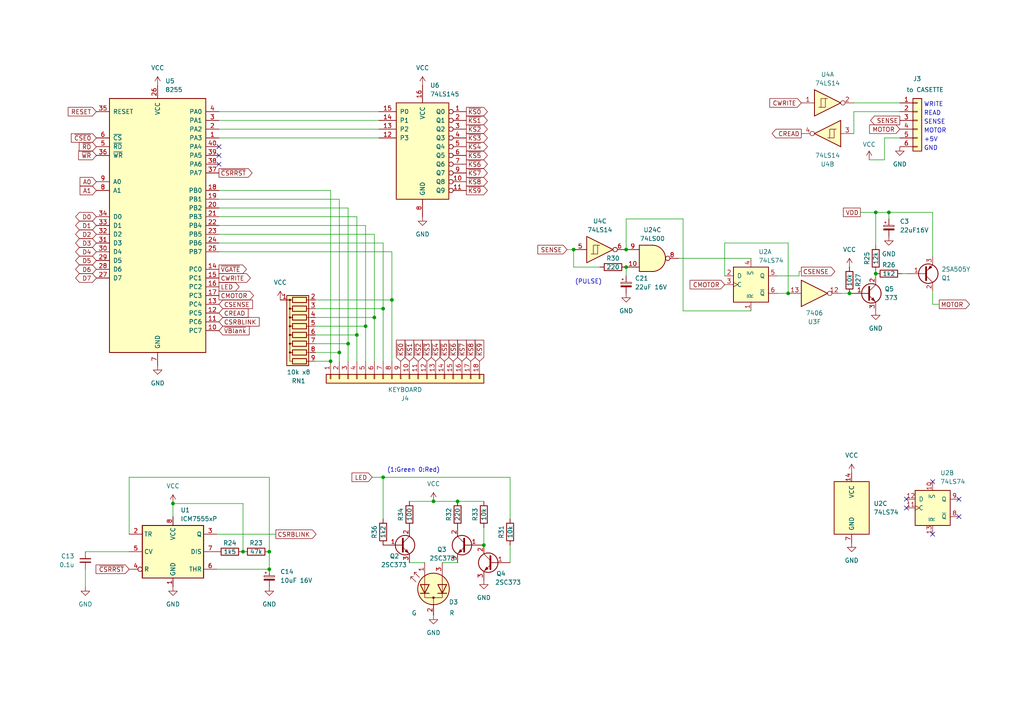
<source format=kicad_sch>
(kicad_sch (version 20230121) (generator eeschema)
  (paper "A4")
  (title_block (title "CASETTE & KEY") (date "2023-08-08"))
  (lib_symbols
    (symbol "74xx:74LS00" (pin_names (offset 1.016))
      (property "Reference" "U" (at 0 1.27 0))
      (property "Value" "74LS00" (at 0 -1.27 0))
      (symbol "74LS00_1_1"
        (pin input line (at -7.62 2.54 0) (length 3.81) (name "~") (number "1"))
        (pin input line (at -7.62 -2.54 0) (length 3.81) (name "~") (number "2"))
        (pin output inverted (at 7.62 0 180) (length 3.81) (name "~") (number "3"))
      )
      (symbol "74LS00_1_2"
        (pin input inverted (at -7.62 2.54 0) (length 4.318) (name "~") (number "1"))
        (pin input inverted (at -7.62 -2.54 0) (length 4.318) (name "~") (number "2"))
        (pin output line (at 7.62 0 180) (length 3.81) (name "~") (number "3"))
      )
      (symbol "74LS00_2_1"
        (pin input line (at -7.62 2.54 0) (length 3.81) (name "~") (number "4"))
        (pin input line (at -7.62 -2.54 0) (length 3.81) (name "~") (number "5"))
        (pin output inverted (at 7.62 0 180) (length 3.81) (name "~") (number "6"))
      )
      (symbol "74LS00_2_2"
        (pin input inverted (at -7.62 2.54 0) (length 4.318) (name "~") (number "4"))
        (pin input inverted (at -7.62 -2.54 0) (length 4.318) (name "~") (number "5"))
        (pin output line (at 7.62 0 180) (length 3.81) (name "~") (number "6"))
      )
      (symbol "74LS00_3_1"
        (pin input line (at -7.62 -2.54 0) (length 3.81) (name "~") (number "10"))
        (pin output inverted (at 7.62 0 180) (length 3.81) (name "~") (number "8"))
        (pin input line (at -7.62 2.54 0) (length 3.81) (name "~") (number "9"))
      )
      (symbol "74LS00_3_2"
        (pin input inverted (at -7.62 -2.54 0) (length 4.318) (name "~") (number "10"))
        (pin output line (at 7.62 0 180) (length 3.81) (name "~") (number "8"))
        (pin input inverted (at -7.62 2.54 0) (length 4.318) (name "~") (number "9"))
      )
      (symbol "74LS00_4_1"
        (pin output inverted (at 7.62 0 180) (length 3.81) (name "~") (number "11"))
        (pin input line (at -7.62 2.54 0) (length 3.81) (name "~") (number "12"))
        (pin input line (at -7.62 -2.54 0) (length 3.81) (name "~") (number "13"))
      )
      (symbol "74LS00_4_2"
        (pin output line (at 7.62 0 180) (length 3.81) (name "~") (number "11"))
        (pin input inverted (at -7.62 2.54 0) (length 4.318) (name "~") (number "12"))
        (pin input inverted (at -7.62 -2.54 0) (length 4.318) (name "~") (number "13"))
      )
      (symbol "74LS00_5_0"
        (pin power_in line (at 0 12.7 270) (length 5.08) (name "VCC") (number "14"))
        (pin power_in line (at 0 -12.7 90) (length 5.08) (name "GND") (number "7"))
      )
    )
    (symbol "74xx:74LS06" (pin_names (offset 1.016))
      (property "Reference" "U" (at 0 1.27 0))
      (property "Value" "74LS06" (at 0 -1.27 0))
      (symbol "74LS06_1_0"
        (pin input line (at -7.62 0 0) (length 3.81) (name "~") (number "1"))
        (pin open_collector inverted (at 7.62 0 180) (length 3.81) (name "~") (number "2"))
      )
      (symbol "74LS06_2_0"
        (pin input line (at -7.62 0 0) (length 3.81) (name "~") (number "3"))
        (pin open_collector inverted (at 7.62 0 180) (length 3.81) (name "~") (number "4"))
      )
      (symbol "74LS06_3_0"
        (pin input line (at -7.62 0 0) (length 3.81) (name "~") (number "5"))
        (pin open_collector inverted (at 7.62 0 180) (length 3.81) (name "~") (number "6"))
      )
      (symbol "74LS06_4_0"
        (pin open_collector inverted (at 7.62 0 180) (length 3.81) (name "~") (number "8"))
        (pin input line (at -7.62 0 0) (length 3.81) (name "~") (number "9"))
      )
      (symbol "74LS06_5_0"
        (pin open_collector inverted (at 7.62 0 180) (length 3.81) (name "~") (number "10"))
        (pin input line (at -7.62 0 0) (length 3.81) (name "~") (number "11"))
      )
      (symbol "74LS06_6_0"
        (pin open_collector inverted (at 7.62 0 180) (length 3.81) (name "~") (number "12"))
        (pin input line (at -7.62 0 0) (length 3.81) (name "~") (number "13"))
      )
      (symbol "74LS06_7_0"
        (pin power_in line (at 0 12.7 270) (length 5.08) (name "VCC") (number "14"))
        (pin power_in line (at 0 -12.7 90) (length 5.08) (name "GND") (number "7"))
      )
    )
    (symbol "74xx:74LS14" (pin_names (offset 1.016))
      (property "Reference" "U" (at 0 1.27 0))
      (property "Value" "74LS14" (at 0 -1.27 0))
      (symbol "74LS14_1_0"
        (pin input line (at -7.62 0 0) (length 3.81) (name "~") (number "1"))
        (pin output inverted (at 7.62 0 180) (length 3.81) (name "~") (number "2"))
      )
      (symbol "74LS14_2_0"
        (pin input line (at -7.62 0 0) (length 3.81) (name "~") (number "3"))
        (pin output inverted (at 7.62 0 180) (length 3.81) (name "~") (number "4"))
      )
      (symbol "74LS14_3_0"
        (pin input line (at -7.62 0 0) (length 3.81) (name "~") (number "5"))
        (pin output inverted (at 7.62 0 180) (length 3.81) (name "~") (number "6"))
      )
      (symbol "74LS14_4_0"
        (pin output inverted (at 7.62 0 180) (length 3.81) (name "~") (number "8"))
        (pin input line (at -7.62 0 0) (length 3.81) (name "~") (number "9"))
      )
      (symbol "74LS14_5_0"
        (pin output inverted (at 7.62 0 180) (length 3.81) (name "~") (number "10"))
        (pin input line (at -7.62 0 0) (length 3.81) (name "~") (number "11"))
      )
      (symbol "74LS14_6_0"
        (pin output inverted (at 7.62 0 180) (length 3.81) (name "~") (number "12"))
        (pin input line (at -7.62 0 0) (length 3.81) (name "~") (number "13"))
      )
      (symbol "74LS14_7_0"
        (pin power_in line (at 0 12.7 270) (length 5.08) (name "VCC") (number "14"))
        (pin power_in line (at 0 -12.7 90) (length 5.08) (name "GND") (number "7"))
      )
    )
    (symbol "74xx:74LS145" (pin_names (offset 1.016))
      (property "Reference" "U" (at -7.62 13.97 0))
      (property "Value" "74LS145" (at -7.62 -16.51 0))
      (symbol "74LS145_1_0"
        (pin open_collector inverted (at 12.7 10.16 180) (length 5.08) (name "Q0") (number "1"))
        (pin open_collector inverted (at 12.7 -10.16 180) (length 5.08) (name "Q8") (number "10"))
        (pin open_collector inverted (at 12.7 -12.7 180) (length 5.08) (name "Q9") (number "11"))
        (pin input line (at -12.7 2.54 0) (length 5.08) (name "P3") (number "12"))
        (pin input line (at -12.7 5.08 0) (length 5.08) (name "P2") (number "13"))
        (pin input line (at -12.7 7.62 0) (length 5.08) (name "P1") (number "14"))
        (pin input line (at -12.7 10.16 0) (length 5.08) (name "P0") (number "15"))
        (pin power_in line (at 0 17.78 270) (length 5.08) (name "VCC") (number "16"))
        (pin open_collector inverted (at 12.7 7.62 180) (length 5.08) (name "Q1") (number "2"))
        (pin open_collector inverted (at 12.7 5.08 180) (length 5.08) (name "Q2") (number "3"))
        (pin open_collector inverted (at 12.7 2.54 180) (length 5.08) (name "Q3") (number "4"))
        (pin open_collector inverted (at 12.7 0 180) (length 5.08) (name "Q4") (number "5"))
        (pin open_collector inverted (at 12.7 -2.54 180) (length 5.08) (name "Q5") (number "6"))
        (pin open_collector inverted (at 12.7 -5.08 180) (length 5.08) (name "Q6") (number "7"))
        (pin power_in line (at 0 -20.32 90) (length 5.08) (name "GND") (number "8"))
        (pin open_collector inverted (at 12.7 -7.62 180) (length 5.08) (name "Q7") (number "9"))
      )
    )
    (symbol "74xx:74LS74" (pin_names (offset 1.016))
      (property "Reference" "U" (at -7.62 8.89 0))
      (property "Value" "74LS74" (at -7.62 -8.89 0))
      (symbol "74LS74_1_0"
        (pin input line (at 0 -7.62 90) (length 2.54) (name "~{R}") (number "1"))
        (pin input line (at -7.62 2.54 0) (length 2.54) (name "D") (number "2"))
        (pin input clock (at -7.62 0 0) (length 2.54) (name "C") (number "3"))
        (pin input line (at 0 7.62 270) (length 2.54) (name "~{S}") (number "4"))
        (pin output line (at 7.62 2.54 180) (length 2.54) (name "Q") (number "5"))
        (pin output line (at 7.62 -2.54 180) (length 2.54) (name "~{Q}") (number "6"))
      )
      (symbol "74LS74_2_0"
        (pin input line (at 0 7.62 270) (length 2.54) (name "~{S}") (number "10"))
        (pin input clock (at -7.62 0 0) (length 2.54) (name "C") (number "11"))
        (pin input line (at -7.62 2.54 0) (length 2.54) (name "D") (number "12"))
        (pin input line (at 0 -7.62 90) (length 2.54) (name "~{R}") (number "13"))
        (pin output line (at 7.62 -2.54 180) (length 2.54) (name "~{Q}") (number "8"))
        (pin output line (at 7.62 2.54 180) (length 2.54) (name "Q") (number "9"))
      )
      (symbol "74LS74_3_0"
        (pin power_in line (at 0 10.16 270) (length 2.54) (name "VCC") (number "14"))
        (pin power_in line (at 0 -10.16 90) (length 2.54) (name "GND") (number "7"))
      )
    )
    (symbol "Connector_Generic:Conn_01x06" (pin_names (offset 1.016) hide)
      (property "Reference" "J" (at 0 7.62 0))
      (property "Value" "Conn_01x06" (at 0 -10.16 0))
      (symbol "Conn_01x06_1_1"
        (pin passive line (at -5.08 5.08 0) (length 3.81) (name "Pin_1") (number "1"))
        (pin passive line (at -5.08 2.54 0) (length 3.81) (name "Pin_2") (number "2"))
        (pin passive line (at -5.08 0 0) (length 3.81) (name "Pin_3") (number "3"))
        (pin passive line (at -5.08 -2.54 0) (length 3.81) (name "Pin_4") (number "4"))
        (pin passive line (at -5.08 -5.08 0) (length 3.81) (name "Pin_5") (number "5"))
        (pin passive line (at -5.08 -7.62 0) (length 3.81) (name "Pin_6") (number "6"))
      )
    )
    (symbol "Connector_Generic:Conn_01x18" (pin_names (offset 1.016) hide)
      (property "Reference" "J" (at 0 22.86 0))
      (property "Value" "Conn_01x18" (at 0 -25.4 0))
      (symbol "Conn_01x18_1_1"
        (pin passive line (at -5.08 20.32 0) (length 3.81) (name "Pin_1") (number "1"))
        (pin passive line (at -5.08 -2.54 0) (length 3.81) (name "Pin_10") (number "10"))
        (pin passive line (at -5.08 -5.08 0) (length 3.81) (name "Pin_11") (number "11"))
        (pin passive line (at -5.08 -7.62 0) (length 3.81) (name "Pin_12") (number "12"))
        (pin passive line (at -5.08 -10.16 0) (length 3.81) (name "Pin_13") (number "13"))
        (pin passive line (at -5.08 -12.7 0) (length 3.81) (name "Pin_14") (number "14"))
        (pin passive line (at -5.08 -15.24 0) (length 3.81) (name "Pin_15") (number "15"))
        (pin passive line (at -5.08 -17.78 0) (length 3.81) (name "Pin_16") (number "16"))
        (pin passive line (at -5.08 -20.32 0) (length 3.81) (name "Pin_17") (number "17"))
        (pin passive line (at -5.08 -22.86 0) (length 3.81) (name "Pin_18") (number "18"))
        (pin passive line (at -5.08 17.78 0) (length 3.81) (name "Pin_2") (number "2"))
        (pin passive line (at -5.08 15.24 0) (length 3.81) (name "Pin_3") (number "3"))
        (pin passive line (at -5.08 12.7 0) (length 3.81) (name "Pin_4") (number "4"))
        (pin passive line (at -5.08 10.16 0) (length 3.81) (name "Pin_5") (number "5"))
        (pin passive line (at -5.08 7.62 0) (length 3.81) (name "Pin_6") (number "6"))
        (pin passive line (at -5.08 5.08 0) (length 3.81) (name "Pin_7") (number "7"))
        (pin passive line (at -5.08 2.54 0) (length 3.81) (name "Pin_8") (number "8"))
        (pin passive line (at -5.08 0 0) (length 3.81) (name "Pin_9") (number "9"))
      )
    )
    (symbol "Device:C_Polarized_Small" (pin_numbers hide) (pin_names (offset 0.254) hide)
      (property "Reference" "C" (at 0.254 1.778 0))
      (property "Value" "C_Polarized_Small" (at 0.254 -2.032 0))
      (symbol "C_Polarized_Small_1_1"
        (pin passive line (at 0 2.54 270) (length 1.8542) (name "~") (number "1"))
        (pin passive line (at 0 -2.54 90) (length 1.8542) (name "~") (number "2"))
      )
    )
    (symbol "Device:C_Small" (pin_numbers hide) (pin_names (offset 0.254) hide)
      (property "Reference" "C" (at 0.254 1.778 0))
      (property "Value" "C_Small" (at 0.254 -2.032 0))
      (symbol "C_Small_1_1"
        (pin passive line (at 0 2.54 270) (length 2.032) (name "~") (number "1"))
        (pin passive line (at 0 -2.54 90) (length 2.032) (name "~") (number "2"))
      )
    )
    (symbol "Device:LED_Dual_AKA" (pin_names (offset 0) hide)
      (property "Reference" "D" (at 0 5.715 0))
      (property "Value" "LED_Dual_AKA" (at 0 -6.35 0))
      (symbol "LED_Dual_AKA_1_1"
        (pin input line (at 7.62 2.54 180) (length 3.81) (name "A1") (number "1"))
        (pin input line (at -7.62 0 0) (length 3.048) (name "K") (number "2"))
        (pin input line (at 7.62 -2.54 180) (length 3.81) (name "A2") (number "3"))
      )
    )
    (symbol "Device:Q_NPN_BCE" (pin_names (offset 0) hide)
      (property "Reference" "Q" (at 5.08 1.27 0))
      (property "Value" "Q_NPN_BCE" (at 5.08 -1.27 0))
      (symbol "Q_NPN_BCE_1_1"
        (pin input line (at -5.08 0 0) (length 5.715) (name "B") (number "1"))
        (pin passive line (at 2.54 5.08 270) (length 2.54) (name "C") (number "2"))
        (pin passive line (at 2.54 -5.08 90) (length 2.54) (name "E") (number "3"))
      )
    )
    (symbol "Device:Q_PNP_BCE" (pin_names (offset 0) hide)
      (property "Reference" "Q" (at 5.08 1.27 0))
      (property "Value" "Q_PNP_BCE" (at 5.08 -1.27 0))
      (symbol "Q_PNP_BCE_1_1"
        (pin input line (at -5.08 0 0) (length 5.715) (name "B") (number "1"))
        (pin passive line (at 2.54 5.08 270) (length 2.54) (name "C") (number "2"))
        (pin passive line (at 2.54 -5.08 90) (length 2.54) (name "E") (number "3"))
      )
    )
    (symbol "Device:R" (pin_numbers hide) (pin_names (offset 0))
      (property "Reference" "R" (at 2.032 0 90))
      (property "Value" "R" (at 0 0 90))
      (symbol "R_1_1"
        (pin passive line (at 0 3.81 270) (length 1.27) (name "~") (number "1"))
        (pin passive line (at 0 -3.81 90) (length 1.27) (name "~") (number "2"))
      )
    )
    (symbol "Device:R_Network08" (pin_names (offset 0) hide)
      (property "Reference" "RN" (at -12.7 0 90))
      (property "Value" "R_Network08" (at 10.16 0 90))
      (symbol "R_Network08_1_1"
        (pin passive line (at -10.16 5.08 270) (length 2.54) (name "common") (number "1"))
        (pin passive line (at -10.16 -5.08 90) (length 1.27) (name "R1") (number "2"))
        (pin passive line (at -7.62 -5.08 90) (length 1.27) (name "R2") (number "3"))
        (pin passive line (at -5.08 -5.08 90) (length 1.27) (name "R3") (number "4"))
        (pin passive line (at -2.54 -5.08 90) (length 1.27) (name "R4") (number "5"))
        (pin passive line (at 0 -5.08 90) (length 1.27) (name "R5") (number "6"))
        (pin passive line (at 2.54 -5.08 90) (length 1.27) (name "R6") (number "7"))
        (pin passive line (at 5.08 -5.08 90) (length 1.27) (name "R7") (number "8"))
        (pin passive line (at 7.62 -5.08 90) (length 1.27) (name "R8") (number "9"))
      )
    )
    (symbol "Interface:8255" (pin_names (offset 1.016))
      (property "Reference" "U" (at -13.97 38.1 0))
      (property "Value" "8255" (at 8.89 38.1 0))
      (symbol "8255_1_1"
        (pin bidirectional line (at 17.78 25.4 180) (length 3.81) (name "PA3") (number "1"))
        (pin bidirectional line (at 17.78 -30.48 180) (length 3.81) (name "PC7") (number "10"))
        (pin bidirectional line (at 17.78 -27.94 180) (length 3.81) (name "PC6") (number "11"))
        (pin bidirectional line (at 17.78 -25.4 180) (length 3.81) (name "PC5") (number "12"))
        (pin bidirectional line (at 17.78 -22.86 180) (length 3.81) (name "PC4") (number "13"))
        (pin bidirectional line (at 17.78 -12.7 180) (length 3.81) (name "PC0") (number "14"))
        (pin bidirectional line (at 17.78 -15.24 180) (length 3.81) (name "PC1") (number "15"))
        (pin bidirectional line (at 17.78 -17.78 180) (length 3.81) (name "PC2") (number "16"))
        (pin bidirectional line (at 17.78 -20.32 180) (length 3.81) (name "PC3") (number "17"))
        (pin bidirectional line (at 17.78 10.16 180) (length 3.81) (name "PB0") (number "18"))
        (pin bidirectional line (at 17.78 7.62 180) (length 3.81) (name "PB1") (number "19"))
        (pin bidirectional line (at 17.78 27.94 180) (length 3.81) (name "PA2") (number "2"))
        (pin bidirectional line (at 17.78 5.08 180) (length 3.81) (name "PB2") (number "20"))
        (pin bidirectional line (at 17.78 2.54 180) (length 3.81) (name "PB3") (number "21"))
        (pin bidirectional line (at 17.78 0 180) (length 3.81) (name "PB4") (number "22"))
        (pin bidirectional line (at 17.78 -2.54 180) (length 3.81) (name "PB5") (number "23"))
        (pin bidirectional line (at 17.78 -5.08 180) (length 3.81) (name "PB6") (number "24"))
        (pin bidirectional line (at 17.78 -7.62 180) (length 3.81) (name "PB7") (number "25"))
        (pin power_in line (at 0 40.64 270) (length 3.81) (name "VCC") (number "26"))
        (pin bidirectional line (at -17.78 -15.24 0) (length 3.81) (name "D7") (number "27"))
        (pin bidirectional line (at -17.78 -12.7 0) (length 3.81) (name "D6") (number "28"))
        (pin bidirectional line (at -17.78 -10.16 0) (length 3.81) (name "D5") (number "29"))
        (pin bidirectional line (at 17.78 30.48 180) (length 3.81) (name "PA1") (number "3"))
        (pin bidirectional line (at -17.78 -7.62 0) (length 3.81) (name "D4") (number "30"))
        (pin bidirectional line (at -17.78 -5.08 0) (length 3.81) (name "D3") (number "31"))
        (pin bidirectional line (at -17.78 -2.54 0) (length 3.81) (name "D2") (number "32"))
        (pin bidirectional line (at -17.78 0 0) (length 3.81) (name "D1") (number "33"))
        (pin bidirectional line (at -17.78 2.54 0) (length 3.81) (name "D0") (number "34"))
        (pin input line (at -17.78 33.02 0) (length 3.81) (name "RESET") (number "35"))
        (pin input line (at -17.78 20.32 0) (length 3.81) (name "~{WR}") (number "36"))
        (pin bidirectional line (at 17.78 15.24 180) (length 3.81) (name "PA7") (number "37"))
        (pin bidirectional line (at 17.78 17.78 180) (length 3.81) (name "PA6") (number "38"))
        (pin bidirectional line (at 17.78 20.32 180) (length 3.81) (name "PA5") (number "39"))
        (pin bidirectional line (at 17.78 33.02 180) (length 3.81) (name "PA0") (number "4"))
        (pin bidirectional line (at 17.78 22.86 180) (length 3.81) (name "PA4") (number "40"))
        (pin input line (at -17.78 22.86 0) (length 3.81) (name "~{RD}") (number "5"))
        (pin input line (at -17.78 25.4 0) (length 3.81) (name "~{CS}") (number "6"))
        (pin power_in line (at 0 -40.64 90) (length 3.81) (name "GND") (number "7"))
        (pin input line (at -17.78 10.16 0) (length 3.81) (name "A1") (number "8"))
        (pin input line (at -17.78 12.7 0) (length 3.81) (name "A0") (number "9"))
      )
    )
    (symbol "Timer:ICM7555xP"
      (property "Reference" "U" (at -10.16 8.89 0))
      (property "Value" "ICM7555xP" (at 2.54 8.89 0))
      (symbol "ICM7555xP_0_0"
        (pin power_in line (at 0 -10.16 90) (length 2.54) (name "GND") (number "1"))
        (pin power_in line (at 0 10.16 270) (length 2.54) (name "VCC") (number "8"))
      )
      (symbol "ICM7555xP_1_1"
        (pin input line (at -12.7 5.08 0) (length 3.81) (name "TR") (number "2"))
        (pin output line (at 12.7 5.08 180) (length 3.81) (name "Q") (number "3"))
        (pin input inverted (at -12.7 -5.08 0) (length 3.81) (name "R") (number "4"))
        (pin input line (at -12.7 0 0) (length 3.81) (name "CV") (number "5"))
        (pin input line (at 12.7 -5.08 180) (length 3.81) (name "THR") (number "6"))
        (pin input line (at 12.7 0 180) (length 3.81) (name "DIS") (number "7"))
      )
    )
    (symbol "power:GND" (power) (pin_names (offset 0))
      (property "Value" "GND" (at 0 -3.81 0))
      (symbol "GND_1_1"
        (pin power_in line (at 0 0 270) (length 0) hide (name "GND") (number "1"))
      )
    )
    (symbol "power:VCC" (power) (pin_names (offset 0))
      (property "Value" "VCC" (at 0 3.81 0))
      (symbol "VCC_1_1"
        (pin power_in line (at 0 0 90) (length 0) hide (name "VCC") (number "1"))
      )
    )
  )
  (junction (at 181.61 72.39))
  (junction (at 70.485 160.02))
  (junction (at 111.125 138.43))
  (junction (at 113.665 86.995))
  (junction (at 50.165 146.05))
  (junction (at 125.73 145.415))
  (junction (at 108.585 92.075))
  (junction (at 140.335 158.115))
  (junction (at 98.425 102.235))
  (junction (at 181.61 77.47))
  (junction (at 78.105 165.1))
  (junction (at 95.885 104.775))
  (junction (at 78.105 160.02))
  (junction (at 132.715 145.415))
  (junction (at 257.81 61.595))
  (junction (at 228.6 85.09))
  (junction (at 254 79.375))
  (junction (at 254 61.595))
  (junction (at 103.505 97.155))
  (junction (at 246.38 85.09))
  (junction (at 111.125 89.535))
  (junction (at 106.045 94.615))
  (junction (at 166.37 72.39))
  (junction (at 100.965 99.695))
  (no_connect (at 270.51 139.7))
  (no_connect (at 262.89 147.32))
  (no_connect (at 270.51 154.94))
  (no_connect (at 63.5 47.625))
  (no_connect (at 278.13 149.86))
  (no_connect (at 278.13 144.78))
  (no_connect (at 63.5 42.545))
  (no_connect (at 262.89 144.78))
  (no_connect (at 63.5 45.085))
  (wire (pts (xy 78.105 160.02) (xy 78.105 165.1)))
  (wire (pts (xy 249.555 61.595) (xy 254 61.595)))
  (wire (pts (xy 210.185 70.485) (xy 228.6 70.485)))
  (wire (pts (xy 63.5 57.785) (xy 98.425 57.785)))
  (wire (pts (xy 228.6 70.485) (xy 228.6 85.09)))
  (wire (pts (xy 111.125 70.485) (xy 111.125 89.535)))
  (wire (pts (xy 247.65 32.385) (xy 247.65 38.735)))
  (wire (pts (xy 111.125 138.43) (xy 111.125 150.495)))
  (wire (pts (xy 228.6 85.09) (xy 225.425 85.09)))
  (wire (pts (xy 173.99 77.47) (xy 166.37 77.47)))
  (wire (pts (xy 91.44 89.535) (xy 111.125 89.535)))
  (wire (pts (xy 91.44 86.995) (xy 113.665 86.995)))
  (wire (pts (xy 140.335 153.035) (xy 140.335 158.115)))
  (wire (pts (xy 106.045 94.615) (xy 106.045 65.405)))
  (wire (pts (xy 78.105 138.43) (xy 37.465 138.43)))
  (wire (pts (xy 91.44 104.775) (xy 95.885 104.775)))
  (wire (pts (xy 164.465 72.39) (xy 166.37 72.39)))
  (wire (pts (xy 118.745 145.415) (xy 125.73 145.415)))
  (wire (pts (xy 132.715 145.415) (xy 140.335 145.415)))
  (wire (pts (xy 103.505 62.865) (xy 103.505 97.155)))
  (wire (pts (xy 91.44 97.155) (xy 103.505 97.155)))
  (wire (pts (xy 118.745 163.195) (xy 123.19 163.195)))
  (wire (pts (xy 108.585 104.775) (xy 108.585 92.075)))
  (wire (pts (xy 256.54 46.355) (xy 256.54 40.005)))
  (wire (pts (xy 198.12 90.17) (xy 217.805 90.17)))
  (wire (pts (xy 147.955 158.115) (xy 147.955 163.195)))
  (wire (pts (xy 181.61 63.5) (xy 198.12 63.5)))
  (wire (pts (xy 210.185 80.01) (xy 210.185 70.485)))
  (wire (pts (xy 260.985 32.385) (xy 247.65 32.385)))
  (wire (pts (xy 125.73 145.415) (xy 132.715 145.415)))
  (wire (pts (xy 78.105 165.1) (xy 62.865 165.1)))
  (wire (pts (xy 63.5 40.005) (xy 109.855 40.005)))
  (wire (pts (xy 100.965 104.775) (xy 100.965 99.695)))
  (wire (pts (xy 247.65 29.845) (xy 260.985 29.845)))
  (wire (pts (xy 231.775 78.74) (xy 231.775 80.01)))
  (wire (pts (xy 63.5 70.485) (xy 111.125 70.485)))
  (wire (pts (xy 106.045 104.775) (xy 106.045 94.615)))
  (wire (pts (xy 100.965 60.325) (xy 63.5 60.325)))
  (wire (pts (xy 37.465 138.43) (xy 37.465 154.94)))
  (wire (pts (xy 70.485 146.05) (xy 50.165 146.05)))
  (wire (pts (xy 243.84 85.09) (xy 246.38 85.09)))
  (wire (pts (xy 98.425 102.235) (xy 98.425 104.775)))
  (wire (pts (xy 63.5 32.385) (xy 109.855 32.385)))
  (wire (pts (xy 270.51 74.295) (xy 270.51 61.595)))
  (wire (pts (xy 108.585 92.075) (xy 108.585 67.945)))
  (wire (pts (xy 181.61 72.39) (xy 181.61 63.5)))
  (wire (pts (xy 111.125 89.535) (xy 111.125 104.775)))
  (wire (pts (xy 231.775 78.74) (xy 232.41 78.74)))
  (wire (pts (xy 254 78.74) (xy 254 79.375)))
  (wire (pts (xy 106.045 65.405) (xy 63.5 65.405)))
  (wire (pts (xy 254 61.595) (xy 254 71.12)))
  (wire (pts (xy 98.425 57.785) (xy 98.425 102.235)))
  (wire (pts (xy 270.51 84.455) (xy 270.51 88.265)))
  (wire (pts (xy 91.44 94.615) (xy 106.045 94.615)))
  (wire (pts (xy 63.5 62.865) (xy 103.505 62.865)))
  (wire (pts (xy 257.81 61.595) (xy 254 61.595)))
  (wire (pts (xy 181.61 77.47) (xy 181.61 80.01)))
  (wire (pts (xy 62.865 154.94) (xy 80.01 154.94)))
  (wire (pts (xy 63.5 73.025) (xy 113.665 73.025)))
  (wire (pts (xy 260.985 40.005) (xy 256.54 40.005)))
  (wire (pts (xy 24.765 165.1) (xy 24.765 170.18)))
  (wire (pts (xy 231.775 80.01) (xy 225.425 80.01)))
  (wire (pts (xy 147.955 138.43) (xy 111.125 138.43)))
  (wire (pts (xy 252.095 46.355) (xy 256.54 46.355)))
  (wire (pts (xy 63.5 37.465) (xy 109.855 37.465)))
  (wire (pts (xy 196.85 74.93) (xy 217.805 74.93)))
  (wire (pts (xy 95.885 104.775) (xy 95.885 55.245)))
  (wire (pts (xy 262.89 79.375) (xy 261.62 79.375)))
  (wire (pts (xy 70.485 160.02) (xy 70.485 146.05)))
  (wire (pts (xy 270.51 61.595) (xy 257.81 61.595)))
  (wire (pts (xy 198.12 63.5) (xy 198.12 90.17)))
  (wire (pts (xy 166.37 77.47) (xy 166.37 72.39)))
  (wire (pts (xy 113.665 73.025) (xy 113.665 86.995)))
  (wire (pts (xy 24.765 160.02) (xy 37.465 160.02)))
  (wire (pts (xy 128.27 163.195) (xy 132.715 163.195)))
  (wire (pts (xy 257.81 61.595) (xy 257.81 63.5)))
  (wire (pts (xy 108.585 67.945) (xy 63.5 67.945)))
  (wire (pts (xy 107.95 138.43) (xy 111.125 138.43)))
  (wire (pts (xy 95.885 55.245) (xy 63.5 55.245)))
  (wire (pts (xy 100.965 99.695) (xy 100.965 60.325)))
  (wire (pts (xy 50.165 146.05) (xy 50.165 149.86)))
  (wire (pts (xy 113.665 86.995) (xy 113.665 104.775)))
  (wire (pts (xy 63.5 34.925) (xy 109.855 34.925)))
  (wire (pts (xy 78.105 160.02) (xy 78.105 138.43)))
  (wire (pts (xy 270.51 88.265) (xy 272.415 88.265)))
  (wire (pts (xy 91.44 99.695) (xy 100.965 99.695)))
  (wire (pts (xy 254 79.375) (xy 254 80.01)))
  (wire (pts (xy 91.44 92.075) (xy 108.585 92.075)))
  (wire (pts (xy 91.44 102.235) (xy 98.425 102.235)))
  (wire (pts (xy 103.505 97.155) (xy 103.505 104.775)))
  (wire (pts (xy 147.955 150.495) (xy 147.955 138.43)))
  (text "GND" (at 267.97 43.815 0) (effects (font (size 1.27 1.27)) (justify left bottom)))
  (text "(1:Green 0:Red)" (at 127.635 137.16 0) (effects (font (size 1.27 1.27)) (justify right bottom)))
  (text "READ" (at 267.97 33.655 0) (effects (font (size 1.27 1.27)) (justify left bottom)))
  (text "WRITE" (at 267.97 31.115 0) (effects (font (size 1.27 1.27)) (justify left bottom)))
  (text "+5V" (at 267.97 41.275 0) (effects (font (size 1.27 1.27)) (justify left bottom)))
  (text "SENSE" (at 267.97 36.195 0) (effects (font (size 1.27 1.27)) (justify left bottom)))
  (text "(PULSE)" (at 174.625 82.55 0) (effects (font (size 1.27 1.27)) (justify right bottom)))
  (text "MOTOR" (at 267.97 38.735 0) (effects (font (size 1.27 1.27)) (justify left bottom)))
  (global_label "CWRITE" (shape input) (at 232.41 29.845 180) (property "Intersheetrefs" "${INTERSHEET_REFS}" (effects hide)))
  (global_label "~{KS3}" (shape output) (at 135.255 40.005 0) (property "Intersheetrefs" "${INTERSHEET_REFS}" (effects hide)))
  (global_label "~{KS4}" (shape input) (at 126.365 104.775 90) (property "Intersheetrefs" "${INTERSHEET_REFS}" (effects hide)))
  (global_label "~{CSRRST}" (shape input) (at 37.465 165.1 180) (property "Intersheetrefs" "${INTERSHEET_REFS}" (effects hide)))
  (global_label "~{KS2}" (shape input) (at 121.285 104.775 90) (property "Intersheetrefs" "${INTERSHEET_REFS}" (effects hide)))
  (global_label "~{VBlank}" (shape input) (at 63.5 95.885 0) (property "Intersheetrefs" "${INTERSHEET_REFS}" (effects hide)))
  (global_label "CREAD" (shape input) (at 63.5 90.805 0) (property "Intersheetrefs" "${INTERSHEET_REFS}" (effects hide)))
  (global_label "~{KS1}" (shape output) (at 135.255 34.925 0) (property "Intersheetrefs" "${INTERSHEET_REFS}" (effects hide)))
  (global_label "LED" (shape input) (at 107.95 138.43 180) (property "Intersheetrefs" "${INTERSHEET_REFS}" (effects hide)))
  (global_label "MOTOR" (shape input) (at 260.985 37.465 180) (property "Intersheetrefs" "${INTERSHEET_REFS}" (effects hide)))
  (global_label "SENSE" (shape input) (at 164.465 72.39 180) (property "Intersheetrefs" "${INTERSHEET_REFS}" (effects hide)))
  (global_label "~{CSRRST}" (shape output) (at 63.5 50.165 0) (property "Intersheetrefs" "${INTERSHEET_REFS}" (effects hide)))
  (global_label "~{KS2}" (shape output) (at 135.255 37.465 0) (property "Intersheetrefs" "${INTERSHEET_REFS}" (effects hide)))
  (global_label "~{KS9}" (shape output) (at 135.255 55.245 0) (property "Intersheetrefs" "${INTERSHEET_REFS}" (effects hide)))
  (global_label "~{RD}" (shape input) (at 27.94 42.545 180) (property "Intersheetrefs" "${INTERSHEET_REFS}" (effects hide)))
  (global_label "~{KS5}" (shape input) (at 128.905 104.775 90) (property "Intersheetrefs" "${INTERSHEET_REFS}" (effects hide)))
  (global_label "~{KS4}" (shape output) (at 135.255 42.545 0) (property "Intersheetrefs" "${INTERSHEET_REFS}" (effects hide)))
  (global_label "MOTOR" (shape output) (at 272.415 88.265 0) (property "Intersheetrefs" "${INTERSHEET_REFS}" (effects hide)))
  (global_label "~{KS5}" (shape output) (at 135.255 45.085 0) (property "Intersheetrefs" "${INTERSHEET_REFS}" (effects hide)))
  (global_label "CSENSE" (shape input) (at 63.5 88.265 0) (property "Intersheetrefs" "${INTERSHEET_REFS}" (effects hide)))
  (global_label "D7" (shape bidirectional) (at 27.94 80.645 180) (property "Intersheetrefs" "${INTERSHEET_REFS}" (effects hide)))
  (global_label "~{KS9}" (shape input) (at 139.065 104.775 90) (property "Intersheetrefs" "${INTERSHEET_REFS}" (effects hide)))
  (global_label "CSRBLINK" (shape input) (at 63.5 93.345 0) (property "Intersheetrefs" "${INTERSHEET_REFS}" (effects hide)))
  (global_label "D3" (shape bidirectional) (at 27.94 70.485 180) (property "Intersheetrefs" "${INTERSHEET_REFS}" (effects hide)))
  (global_label "CSENSE" (shape output) (at 232.41 78.74 0) (property "Intersheetrefs" "${INTERSHEET_REFS}" (effects hide)))
  (global_label "CSRBLINK" (shape output) (at 80.01 154.94 0) (property "Intersheetrefs" "${INTERSHEET_REFS}" (effects hide)))
  (global_label "A1" (shape input) (at 27.94 55.245 180) (property "Intersheetrefs" "${INTERSHEET_REFS}" (effects hide)))
  (global_label "~{KS3}" (shape input) (at 123.825 104.775 90) (property "Intersheetrefs" "${INTERSHEET_REFS}" (effects hide)))
  (global_label "A0" (shape input) (at 27.94 52.705 180) (property "Intersheetrefs" "${INTERSHEET_REFS}" (effects hide)))
  (global_label "~{KS7}" (shape input) (at 133.985 104.775 90) (property "Intersheetrefs" "${INTERSHEET_REFS}" (effects hide)))
  (global_label "~{KS7}" (shape output) (at 135.255 50.165 0) (property "Intersheetrefs" "${INTERSHEET_REFS}" (effects hide)))
  (global_label "CWRITE" (shape output) (at 63.5 80.645 0) (property "Intersheetrefs" "${INTERSHEET_REFS}" (effects hide)))
  (global_label "~{KS8}" (shape output) (at 135.255 52.705 0) (property "Intersheetrefs" "${INTERSHEET_REFS}" (effects hide)))
  (global_label "D1" (shape bidirectional) (at 27.94 65.405 180) (property "Intersheetrefs" "${INTERSHEET_REFS}" (effects hide)))
  (global_label "D2" (shape bidirectional) (at 27.94 67.945 180) (property "Intersheetrefs" "${INTERSHEET_REFS}" (effects hide)))
  (global_label "D5" (shape bidirectional) (at 27.94 75.565 180) (property "Intersheetrefs" "${INTERSHEET_REFS}" (effects hide)))
  (global_label "~{KS8}" (shape input) (at 136.525 104.775 90) (property "Intersheetrefs" "${INTERSHEET_REFS}" (effects hide)))
  (global_label "~{KS0}" (shape output) (at 135.255 32.385 0) (property "Intersheetrefs" "${INTERSHEET_REFS}" (effects hide)))
  (global_label "~{KS0}" (shape input) (at 116.205 104.775 90) (property "Intersheetrefs" "${INTERSHEET_REFS}" (effects hide)))
  (global_label "SENSE" (shape output) (at 260.985 34.925 180) (property "Intersheetrefs" "${INTERSHEET_REFS}" (effects hide)))
  (global_label "LED" (shape output) (at 63.5 83.185 0) (property "Intersheetrefs" "${INTERSHEET_REFS}" (effects hide)))
  (global_label "~{KS6}" (shape input) (at 131.445 104.775 90) (property "Intersheetrefs" "${INTERSHEET_REFS}" (effects hide)))
  (global_label "~{KS1}" (shape input) (at 118.745 104.775 90) (property "Intersheetrefs" "${INTERSHEET_REFS}" (effects hide)))
  (global_label "~{KS6}" (shape output) (at 135.255 47.625 0) (property "Intersheetrefs" "${INTERSHEET_REFS}" (effects hide)))
  (global_label "~{WR}" (shape input) (at 27.94 45.085 180) (property "Intersheetrefs" "${INTERSHEET_REFS}" (effects hide)))
  (global_label "~{CSE0}" (shape input) (at 27.94 40.005 180) (property "Intersheetrefs" "${INTERSHEET_REFS}" (effects hide)))
  (global_label "D0" (shape bidirectional) (at 27.94 62.865 180) (property "Intersheetrefs" "${INTERSHEET_REFS}" (effects hide)))
  (global_label "D6" (shape bidirectional) (at 27.94 78.105 180) (property "Intersheetrefs" "${INTERSHEET_REFS}" (effects hide)))
  (global_label "VDD" (shape passive) (at 249.555 61.595 180) (property "Intersheetrefs" "${INTERSHEET_REFS}" (effects hide)))
  (global_label "CREAD" (shape output) (at 232.41 38.735 180) (property "Intersheetrefs" "${INTERSHEET_REFS}" (effects hide)))
  (global_label "CMOTOR" (shape input) (at 210.185 82.55 180) (property "Intersheetrefs" "${INTERSHEET_REFS}" (effects hide)))
  (global_label "CMOTOR" (shape output) (at 63.5 85.725 0) (property "Intersheetrefs" "${INTERSHEET_REFS}" (effects hide)))
  (global_label "~{VGATE}" (shape output) (at 63.5 78.105 0) (property "Intersheetrefs" "${INTERSHEET_REFS}" (effects hide)))
  (global_label "D4" (shape bidirectional) (at 27.94 73.025 180) (property "Intersheetrefs" "${INTERSHEET_REFS}" (effects hide)))
  (global_label "RESET" (shape input) (at 27.94 32.385 180) (property "Intersheetrefs" "${INTERSHEET_REFS}" (effects hide)))
  (symbol (lib_id "Device:Q_NPN_BCE") (at 251.46 85.09 0) (unit 1)
    (property "Reference" "Q5" (at 256.54 83.82 0) (effects (justify left)))
    (property "Value" "373" (at 256.54 86.36 0) (effects (justify left)))
  )
  (symbol (lib_id "Device:R") (at 140.335 149.225 180) (unit 1)
    (property "Reference" "R33" (at 137.795 149.225 90))
    (property "Value" "10k" (at 140.335 149.225 90))
  )
  (symbol (lib_id "Device:R") (at 74.295 160.02 90) (unit 1)
    (property "Reference" "R23" (at 74.295 157.48 90))
    (property "Value" "47k" (at 74.295 160.02 90))
  )
  (symbol (lib_id "power:GND") (at 122.555 62.865 0) (unit 1)
    (property "Reference" "#PWR0201" (effects hide))
    (property "Value" "GND" (at 122.555 67.945 0))
  )
  (symbol (lib_id "power:GND") (at 260.985 42.545 0) (unit 1)
    (property "Reference" "#PWR0197" (effects hide))
    (property "Value" "GND" (at 260.985 47.625 0))
    (instances (project "MZ80" (path "" (reference "#PWR0197") (unit 1)) (path "" (reference "#PWR0214") (unit 1))))
  )
  (symbol (lib_id "Device:C_Polarized_Small") (at 257.81 66.04 0) (unit 1)
    (property "Reference" "C3" (at 260.985 64.2239 0) (effects (justify left)))
    (property "Value" "22uF16V" (at 260.985 66.7639 0) (effects (justify left)))
  )
  (symbol (lib_id "power:GND") (at 140.335 168.275 0) (unit 1)
    (property "Reference" "#PWR0207" (effects hide))
    (property "Value" "GND" (at 140.335 173.355 0))
  )
  (symbol (lib_id "74xx:74LS14") (at 173.99 72.39 0) (unit 3)
    (property "Reference" "U4" (at 173.99 64.135 0))
    (property "Value" "74LS14" (at 173.99 66.675 0))
    (property "Footprint" "Package_DIP:DIP-14_W7.62mm" (effects hide))
    (property "Datasheet" "http://www.ti.com/lit/gpn/sn74LS14" (effects hide))
  )
  (symbol (lib_id "Device:Q_NPN_BCE") (at 116.205 158.115 0) (unit 1)
    (property "Reference" "Q2" (at 113.03 161.29 0) (effects (justify left)))
    (property "Value" "2SC373" (at 110.49 163.83 0) (effects (justify left)))
  )
  (symbol (lib_id "Device:R") (at 132.715 149.225 180) (unit 1)
    (property "Reference" "R32" (at 130.175 149.225 90))
    (property "Value" "220" (at 132.715 149.225 90))
  )
  (symbol (lib_id "Device:R") (at 118.745 149.225 180) (unit 1)
    (property "Reference" "R34" (at 116.205 149.225 90))
    (property "Value" "100" (at 118.745 149.225 90))
  )
  (symbol (lib_id "Device:Q_NPN_BCE") (at 142.875 163.195 0) (mirror y) (unit 1)
    (property "Reference" "Q4" (at 146.685 166.37 0) (effects (justify left)))
    (property "Value" "2SC373" (at 151.13 168.91 0) (effects (justify left)))
  )
  (symbol (lib_id "power:VCC") (at 125.73 145.415 0) (unit 1)
    (property "Reference" "#PWR0208" (effects hide))
    (property "Value" "VCC" (at 125.73 140.335 0))
  )
  (symbol (lib_id "Device:R") (at 246.38 81.28 180) (unit 1)
    (property "Reference" "R27" (at 248.92 81.28 90))
    (property "Value" "10k" (at 246.38 81.28 90))
  )
  (symbol (lib_id "Device:C_Small") (at 24.765 162.56 0) (mirror y) (unit 1)
    (property "Reference" "C13" (at 21.59 161.2963 0) (effects (justify left)))
    (property "Value" "0.1u" (at 21.59 163.8363 0) (effects (justify left)))
  )
  (symbol (lib_id "Connector_Generic:Conn_01x18") (at 116.205 109.855 90) (mirror x) (unit 1)
    (property "Reference" "J4" (at 117.475 115.57 90))
    (property "Value" "KEYBOARD" (at 117.475 113.03 90))
    (property "Footprint" "Connector_PinHeader_2.54mm:PinHeader_1x18_P2.54mm_Vertical" (effects hide))
  )
  (symbol (lib_id "power:GND") (at 125.73 178.435 0) (unit 1)
    (property "Reference" "#PWR0209" (effects hide))
    (property "Value" "GND" (at 125.73 183.515 0))
  )
  (symbol (lib_id "Device:C_Polarized_Small") (at 181.61 82.55 0) (unit 1)
    (property "Reference" "C21" (at 184.15 80.7339 0) (effects (justify left)))
    (property "Value" "22uF 16V" (at 184.15 83.2739 0) (effects (justify left)))
  )
  (symbol (lib_id "Interface:8255") (at 45.72 65.405 0) (unit 1)
    (property "Reference" "U5" (at 47.9141 23.495 0) (effects (justify left)))
    (property "Value" "8255" (at 47.9141 26.035 0) (effects (justify left)))
    (property "Footprint" "Package_DIP:DIP-40_W15.24mm" (effects hide))
    (property "Datasheet" "http://aturing.umcs.maine.edu/~meadow/courses/cos335/Intel8255A.pdf" (effects hide))
  )
  (symbol (lib_id "Device:R") (at 66.675 160.02 90) (unit 1)
    (property "Reference" "R24" (at 66.675 157.48 90))
    (property "Value" "1k5" (at 66.675 160.02 90))
  )
  (symbol (lib_id "power:GND") (at 254 90.17 0) (unit 1)
    (property "Reference" "#PWR0211" (effects hide))
    (property "Value" "GND" (at 254 95.25 0))
  )
  (symbol (lib_id "power:GND") (at 247.015 157.48 0) (unit 1)
    (property "Reference" "#PWR0242" (effects hide))
    (property "Value" "GND" (at 247.015 162.56 0))
  )
  (symbol (lib_id "Device:R") (at 254 74.93 180) (unit 1)
    (property "Reference" "R25" (at 251.46 74.93 90))
    (property "Value" "12k" (at 254 74.93 90))
  )
  (symbol (lib_id "power:GND") (at 78.105 170.18 0) (unit 1)
    (property "Reference" "#PWR0205" (effects hide))
    (property "Value" "GND" (at 78.105 175.26 0))
  )
  (symbol (lib_id "Device:R") (at 177.8 77.47 90) (unit 1)
    (property "Reference" "R30" (at 177.8 74.93 90))
    (property "Value" "220" (at 177.8 77.47 90))
  )
  (symbol (lib_id "Device:R") (at 111.125 154.305 180) (unit 1)
    (property "Reference" "R36" (at 108.585 154.305 90))
    (property "Value" "1k2" (at 111.125 154.305 90))
  )
  (symbol (lib_id "74xx:74LS145") (at 122.555 42.545 0) (unit 1)
    (property "Reference" "U6" (at 124.7491 24.765 0) (effects (justify left)))
    (property "Value" "74LS145" (at 124.7491 27.305 0) (effects (justify left)))
    (property "Footprint" "Package_DIP:DIP-16_W7.62mm" (effects hide))
    (property "Datasheet" "http://www.ti.com/lit/gpn/sn74LS145" (effects hide))
  )
  (symbol (lib_id "power:VCC") (at 50.165 146.05 0) (unit 1)
    (property "Reference" "#PWR0203" (effects hide))
    (property "Value" "VCC" (at 50.165 140.97 0))
  )
  (symbol (lib_id "Device:Q_PNP_BCE") (at 267.97 79.375 0) (mirror x) (unit 1)
    (property "Reference" "Q1" (at 273.05 80.645 0) (effects (justify left)))
    (property "Value" "2SA505Y" (at 273.05 78.105 0) (effects (justify left)))
  )
  (symbol (lib_id "74xx:74LS74") (at 270.51 147.32 0) (unit 2)
    (property "Reference" "U2" (at 272.7041 137.16 0) (effects (justify left)))
    (property "Value" "74LS74" (at 272.7041 139.7 0) (effects (justify left)))
    (property "Footprint" "Package_DIP:DIP-14_W7.62mm" (effects hide))
    (property "Datasheet" "74xx/74hc_hct74.pdf" (effects hide))
  )
  (symbol (lib_id "Device:Q_NPN_BCE") (at 135.255 158.115 0) (mirror y) (unit 1)
    (property "Reference" "Q3" (at 129.54 159.385 0) (effects (justify left)))
    (property "Value" "2SC373" (at 132.08 161.925 0) (effects (justify left)))
  )
  (symbol (lib_id "Device:LED_Dual_AKA") (at 125.73 170.815 90) (unit 1)
    (property "Reference" "D3" (at 130.175 174.625 90) (effects (justify right)))
    (property "Value" "G          R" (at 119.38 177.8 90) (effects (justify right)))
  )
  (symbol (lib_id "power:GND") (at 50.165 170.18 0) (unit 1)
    (property "Reference" "#PWR0204" (effects hide))
    (property "Value" "GND" (at 50.165 175.26 0))
  )
  (symbol (lib_id "74xx:74LS74") (at 217.805 82.55 0) (unit 1)
    (property "Reference" "U2" (at 219.9991 73.025 0) (effects (justify left)))
    (property "Value" "74LS74" (at 219.9991 75.565 0) (effects (justify left)))
    (property "Footprint" "Package_DIP:DIP-14_W7.62mm" (effects hide))
    (property "Datasheet" "74xx/74hc_hct74.pdf" (effects hide))
  )
  (symbol (lib_id "Device:R") (at 257.81 79.375 270) (unit 1)
    (property "Reference" "R26" (at 257.81 76.835 90))
    (property "Value" "1k2" (at 257.81 79.375 90))
  )
  (symbol (lib_id "power:VCC") (at 247.015 137.16 0) (unit 1)
    (property "Reference" "#PWR0241" (effects hide))
    (property "Value" "VCC" (at 247.015 132.08 0))
  )
  (symbol (lib_id "74xx:74LS06") (at 236.22 85.09 0) (mirror x) (unit 6)
    (property "Reference" "U3" (at 236.22 93.345 0))
    (property "Value" "7406" (at 236.22 90.805 0))
    (property "Footprint" "Package_DIP:DIP-14_W7.62mm" (effects hide))
    (property "Datasheet" "http://www.ti.com/lit/gpn/sn74LS06" (effects hide))
  )
  (symbol (lib_id "Connector_Generic:Conn_01x06") (at 266.065 34.925 0) (unit 1)
    (property "Reference" "J3" (at 264.795 22.86 0) (effects (justify left)))
    (property "Value" "to CASETTE" (at 262.89 26.035 0) (effects (justify left)))
    (property "Footprint" "Connector_PinHeader_2.54mm:PinHeader_1x06_P2.54mm_Vertical" (effects hide))
    (instances (project "MZ80" (path "" (reference "J3") (unit 1)) (path "" (reference "J5") (unit 1))))
  )
  (symbol (lib_id "74xx:74LS74") (at 247.015 147.32 0) (unit 3)
    (property "Reference" "U2" (at 253.365 146.05 0) (effects (justify left)))
    (property "Value" "74LS74" (at 253.365 148.59 0) (effects (justify left)))
    (property "Footprint" "Package_DIP:DIP-14_W7.62mm" (effects hide))
    (property "Datasheet" "74xx/74hc_hct74.pdf" (effects hide))
  )
  (symbol (lib_id "Device:C_Polarized_Small") (at 78.105 167.64 0) (unit 1)
    (property "Reference" "C14" (at 81.28 165.8239 0) (effects (justify left)))
    (property "Value" "10uF 16V" (at 81.28 168.3639 0) (effects (justify left)))
  )
  (symbol (lib_id "power:GND") (at 257.81 68.58 0) (unit 1)
    (property "Reference" "#PWR0213" (effects hide))
    (property "Value" "GND" (at 257.81 73.66 0))
  )
  (symbol (lib_id "Device:R") (at 147.955 154.305 180) (unit 1)
    (property "Reference" "R31" (at 145.415 154.305 90))
    (property "Value" "10k" (at 147.955 154.305 90))
  )
  (symbol (lib_id "74xx:74LS00") (at 189.23 74.93 0) (unit 3)
    (property "Reference" "U24" (at 189.2217 66.675 0))
    (property "Value" "74LS00" (at 189.2217 69.215 0))
    (property "Footprint" "Package_DIP:DIP-14_W7.62mm" (effects hide))
    (property "Datasheet" "http://www.ti.com/lit/gpn/sn74ls00" (effects hide))
  )
  (symbol (lib_id "Device:R_Network08") (at 86.36 97.155 90) (mirror x) (unit 1)
    (property "Reference" "RN1" (at 86.614 110.49 90))
    (property "Value" "10k x8" (at 86.614 107.95 90))
    (property "Footprint" "Resistor_THT:R_Array_SIP9" (effects hide))
    (property "Datasheet" "http://www.vishay.com/docs/31509/csc.pdf" (effects hide))
  )
  (symbol (lib_id "power:VCC") (at 122.555 24.765 0) (unit 1)
    (property "Reference" "#PWR0200" (effects hide))
    (property "Value" "VCC" (at 122.555 19.685 0))
  )
  (symbol (lib_id "74xx:74LS14") (at 240.03 29.845 0) (unit 1)
    (property "Reference" "U4" (at 240.03 21.59 0))
    (property "Value" "74LS14" (at 240.03 24.13 0))
    (property "Footprint" "Package_DIP:DIP-14_W7.62mm" (effects hide))
    (property "Datasheet" "http://www.ti.com/lit/gpn/sn74LS14" (effects hide))
  )
  (symbol (lib_id "power:GND") (at 45.72 106.045 0) (unit 1)
    (property "Reference" "#PWR0198" (effects hide))
    (property "Value" "GND" (at 45.72 111.125 0))
  )
  (symbol (lib_id "Timer:ICM7555xP") (at 50.165 160.02 0) (unit 1)
    (property "Reference" "U1" (at 52.3591 147.955 0) (effects (justify left)))
    (property "Value" "ICM7555xP" (at 52.3591 150.495 0) (effects (justify left)))
    (property "Footprint" "Package_DIP:DIP-8_W7.62mm" (effects hide))
    (property "Datasheet" "http://www.intersil.com/content/dam/Intersil/documents/icm7/icm7555-56.pdf" (effects hide))
  )
  (symbol (lib_id "power:VCC") (at 81.28 86.995 0) (unit 1)
    (property "Reference" "#PWR0202" (effects hide))
    (property "Value" "VCC" (at 81.28 81.915 0))
  )
  (symbol (lib_id "power:VCC") (at 252.095 46.355 0) (unit 1)
    (property "Reference" "#PWR0215" (effects hide))
    (property "Value" "VCC" (at 252.095 41.91 0))
  )
  (symbol (lib_id "power:GND") (at 181.61 85.09 0) (unit 1)
    (property "Reference" "#PWR0210" (effects hide))
    (property "Value" "GND" (at 181.61 90.17 0))
  )
  (symbol (lib_id "power:VCC") (at 45.72 24.765 0) (unit 1)
    (property "Reference" "#PWR0199" (effects hide))
    (property "Value" "VCC" (at 45.72 19.685 0))
  )
  (symbol (lib_id "74xx:74LS14") (at 240.03 38.735 180) (unit 2)
    (property "Reference" "U4" (at 240.03 47.625 0))
    (property "Value" "74LS14" (at 240.03 45.085 0))
    (property "Footprint" "Package_DIP:DIP-14_W7.62mm" (effects hide))
    (property "Datasheet" "http://www.ti.com/lit/gpn/sn74LS14" (effects hide))
  )
  (symbol (lib_id "power:VCC") (at 246.38 77.47 0) (unit 1)
    (property "Reference" "#PWR0212" (effects hide))
    (property "Value" "VCC" (at 246.38 72.39 0))
  )
  (symbol (lib_id "power:GND") (at 24.765 170.18 0) (unit 1)
    (property "Reference" "#PWR0206" (effects hide))
    (property "Value" "GND" (at 24.765 175.26 0))
  )
)
</source>
